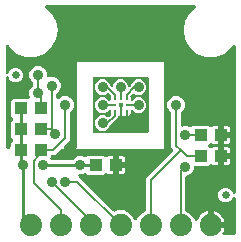
<source format=gbr>
G04 EAGLE Gerber RS-274X export*
G75*
%MOMM*%
%FSLAX34Y34*%
%LPD*%
%INTop Copper*%
%IPPOS*%
%AMOC8*
5,1,8,0,0,1.08239X$1,22.5*%
G01*
%ADD10R,0.381000X0.381000*%
%ADD11C,0.304800*%
%ADD12C,0.127000*%
%ADD13R,1.100000X1.000000*%
%ADD14C,1.879600*%
%ADD15C,0.635000*%
%ADD16C,0.152400*%
%ADD17C,0.889000*%
%ADD18C,0.254000*%
%ADD19C,0.203200*%

G36*
X197730Y4334D02*
X197730Y4334D01*
X197849Y4341D01*
X197887Y4354D01*
X197928Y4359D01*
X198038Y4402D01*
X198151Y4439D01*
X198186Y4461D01*
X198223Y4476D01*
X198319Y4545D01*
X198420Y4609D01*
X198448Y4639D01*
X198481Y4662D01*
X198557Y4754D01*
X198638Y4841D01*
X198658Y4876D01*
X198683Y4907D01*
X198734Y5015D01*
X198792Y5119D01*
X198802Y5159D01*
X198819Y5195D01*
X198841Y5312D01*
X198871Y5427D01*
X198875Y5487D01*
X198879Y5507D01*
X198877Y5528D01*
X198881Y5588D01*
X198881Y35690D01*
X198873Y35759D01*
X198874Y35829D01*
X198853Y35916D01*
X198841Y36005D01*
X198816Y36070D01*
X198799Y36138D01*
X198757Y36218D01*
X198724Y36301D01*
X198683Y36357D01*
X198651Y36419D01*
X198590Y36486D01*
X198538Y36558D01*
X198484Y36603D01*
X198437Y36655D01*
X198362Y36704D01*
X198293Y36761D01*
X198229Y36791D01*
X198171Y36829D01*
X198086Y36859D01*
X198005Y36897D01*
X197936Y36910D01*
X197870Y36933D01*
X197781Y36940D01*
X197693Y36957D01*
X197623Y36952D01*
X197553Y36958D01*
X197465Y36942D01*
X197375Y36937D01*
X197309Y36915D01*
X197240Y36903D01*
X197158Y36866D01*
X197073Y36839D01*
X197014Y36801D01*
X196950Y36773D01*
X196880Y36717D01*
X196804Y36669D01*
X196756Y36618D01*
X196702Y36574D01*
X196647Y36502D01*
X196586Y36437D01*
X196552Y36376D01*
X196510Y36320D01*
X196439Y36176D01*
X195776Y34575D01*
X194025Y32824D01*
X191738Y31876D01*
X189262Y31876D01*
X186975Y32824D01*
X185224Y34575D01*
X184276Y36862D01*
X184276Y39338D01*
X185224Y41625D01*
X186975Y43376D01*
X189262Y44324D01*
X191738Y44324D01*
X194025Y43376D01*
X195776Y41625D01*
X196439Y40024D01*
X196474Y39964D01*
X196500Y39899D01*
X196552Y39826D01*
X196597Y39748D01*
X196645Y39698D01*
X196686Y39642D01*
X196756Y39584D01*
X196818Y39520D01*
X196878Y39483D01*
X196931Y39439D01*
X197013Y39400D01*
X197089Y39353D01*
X197156Y39333D01*
X197219Y39303D01*
X197307Y39286D01*
X197393Y39260D01*
X197463Y39257D01*
X197532Y39243D01*
X197621Y39249D01*
X197711Y39245D01*
X197779Y39259D01*
X197849Y39263D01*
X197934Y39291D01*
X198022Y39309D01*
X198085Y39340D01*
X198151Y39361D01*
X198227Y39409D01*
X198308Y39449D01*
X198361Y39494D01*
X198420Y39531D01*
X198482Y39597D01*
X198550Y39655D01*
X198590Y39712D01*
X198638Y39763D01*
X198681Y39842D01*
X198733Y39915D01*
X198758Y39980D01*
X198792Y40041D01*
X198814Y40128D01*
X198846Y40212D01*
X198854Y40282D01*
X198871Y40349D01*
X198881Y40510D01*
X198881Y164363D01*
X198863Y164508D01*
X198848Y164653D01*
X198843Y164666D01*
X198841Y164679D01*
X198788Y164814D01*
X198737Y164951D01*
X198729Y164962D01*
X198724Y164975D01*
X198639Y165092D01*
X198556Y165212D01*
X198545Y165221D01*
X198538Y165232D01*
X198426Y165325D01*
X198315Y165420D01*
X198303Y165426D01*
X198293Y165435D01*
X198161Y165497D01*
X198030Y165562D01*
X198017Y165565D01*
X198005Y165570D01*
X197863Y165598D01*
X197719Y165628D01*
X197706Y165628D01*
X197693Y165630D01*
X197548Y165621D01*
X197402Y165615D01*
X197388Y165611D01*
X197375Y165610D01*
X197237Y165566D01*
X197097Y165524D01*
X197085Y165517D01*
X197073Y165512D01*
X196950Y165435D01*
X196825Y165359D01*
X196815Y165349D01*
X196804Y165342D01*
X196704Y165236D01*
X196602Y165132D01*
X196592Y165117D01*
X196586Y165111D01*
X196578Y165096D01*
X196513Y164998D01*
X195385Y163045D01*
X189278Y157920D01*
X181786Y155193D01*
X173814Y155193D01*
X166322Y157920D01*
X160215Y163044D01*
X156229Y169949D01*
X154845Y177800D01*
X156229Y185651D01*
X160215Y192555D01*
X165082Y196640D01*
X165106Y196666D01*
X165135Y196686D01*
X165214Y196782D01*
X165299Y196873D01*
X165315Y196904D01*
X165338Y196931D01*
X165391Y197044D01*
X165450Y197153D01*
X165458Y197187D01*
X165474Y197219D01*
X165497Y197341D01*
X165527Y197461D01*
X165527Y197497D01*
X165533Y197532D01*
X165526Y197655D01*
X165525Y197779D01*
X165516Y197814D01*
X165514Y197849D01*
X165475Y197967D01*
X165444Y198087D01*
X165426Y198118D01*
X165416Y198151D01*
X165349Y198256D01*
X165289Y198365D01*
X165264Y198390D01*
X165245Y198420D01*
X165155Y198505D01*
X165070Y198595D01*
X165040Y198614D01*
X165014Y198638D01*
X164905Y198698D01*
X164800Y198764D01*
X164766Y198775D01*
X164735Y198792D01*
X164615Y198823D01*
X164497Y198860D01*
X164462Y198862D01*
X164427Y198871D01*
X164267Y198881D01*
X38933Y198881D01*
X38898Y198877D01*
X38863Y198879D01*
X38741Y198857D01*
X38618Y198841D01*
X38585Y198828D01*
X38550Y198822D01*
X38437Y198770D01*
X38322Y198724D01*
X38294Y198704D01*
X38261Y198689D01*
X38165Y198610D01*
X38065Y198538D01*
X38042Y198510D01*
X38015Y198488D01*
X37941Y198388D01*
X37862Y198293D01*
X37847Y198261D01*
X37826Y198232D01*
X37779Y198117D01*
X37726Y198005D01*
X37720Y197970D01*
X37707Y197937D01*
X37690Y197814D01*
X37667Y197693D01*
X37669Y197657D01*
X37664Y197622D01*
X37679Y197499D01*
X37686Y197375D01*
X37697Y197341D01*
X37702Y197306D01*
X37746Y197191D01*
X37784Y197073D01*
X37803Y197043D01*
X37816Y197010D01*
X37888Y196909D01*
X37955Y196804D01*
X37980Y196780D01*
X38001Y196751D01*
X38118Y196640D01*
X42985Y192556D01*
X46971Y185651D01*
X48355Y177800D01*
X46971Y169949D01*
X42985Y163045D01*
X36878Y157920D01*
X29386Y155193D01*
X21414Y155193D01*
X13922Y157920D01*
X7815Y163044D01*
X6687Y164998D01*
X6599Y165114D01*
X6514Y165232D01*
X6503Y165241D01*
X6495Y165251D01*
X6381Y165342D01*
X6269Y165435D01*
X6256Y165441D01*
X6246Y165449D01*
X6112Y165509D01*
X5981Y165570D01*
X5968Y165573D01*
X5955Y165578D01*
X5811Y165603D01*
X5668Y165630D01*
X5655Y165629D01*
X5642Y165632D01*
X5496Y165619D01*
X5351Y165610D01*
X5338Y165606D01*
X5325Y165605D01*
X5187Y165557D01*
X5049Y165512D01*
X5037Y165505D01*
X5024Y165501D01*
X4903Y165420D01*
X4780Y165342D01*
X4771Y165332D01*
X4759Y165325D01*
X4662Y165217D01*
X4562Y165111D01*
X4555Y165099D01*
X4546Y165089D01*
X4479Y164960D01*
X4408Y164832D01*
X4405Y164819D01*
X4399Y164807D01*
X4365Y164665D01*
X4329Y164524D01*
X4328Y164506D01*
X4326Y164498D01*
X4326Y164480D01*
X4319Y164363D01*
X4319Y142110D01*
X4327Y142041D01*
X4326Y141971D01*
X4347Y141884D01*
X4359Y141795D01*
X4384Y141730D01*
X4401Y141662D01*
X4443Y141582D01*
X4476Y141499D01*
X4517Y141443D01*
X4549Y141381D01*
X4610Y141314D01*
X4662Y141242D01*
X4716Y141197D01*
X4763Y141145D01*
X4838Y141096D01*
X4907Y141039D01*
X4971Y141009D01*
X5029Y140971D01*
X5114Y140941D01*
X5195Y140903D01*
X5264Y140890D01*
X5330Y140867D01*
X5419Y140860D01*
X5507Y140843D01*
X5577Y140848D01*
X5647Y140842D01*
X5735Y140858D01*
X5825Y140863D01*
X5891Y140885D01*
X5960Y140897D01*
X6042Y140934D01*
X6127Y140961D01*
X6186Y140999D01*
X6250Y141027D01*
X6320Y141083D01*
X6396Y141131D01*
X6444Y141182D01*
X6498Y141226D01*
X6553Y141298D01*
X6614Y141363D01*
X6648Y141424D01*
X6690Y141480D01*
X6761Y141624D01*
X7424Y143225D01*
X9175Y144976D01*
X11462Y145924D01*
X13938Y145924D01*
X16225Y144976D01*
X17976Y143225D01*
X18924Y140938D01*
X18924Y138462D01*
X17976Y136175D01*
X16225Y134424D01*
X13938Y133476D01*
X11462Y133476D01*
X9175Y134424D01*
X7424Y136175D01*
X6761Y137776D01*
X6726Y137836D01*
X6700Y137901D01*
X6648Y137974D01*
X6603Y138052D01*
X6555Y138102D01*
X6514Y138158D01*
X6444Y138216D01*
X6382Y138280D01*
X6322Y138317D01*
X6269Y138361D01*
X6187Y138400D01*
X6111Y138446D01*
X6044Y138467D01*
X5981Y138497D01*
X5893Y138514D01*
X5807Y138540D01*
X5737Y138543D01*
X5668Y138557D01*
X5579Y138551D01*
X5489Y138555D01*
X5421Y138541D01*
X5351Y138537D01*
X5266Y138509D01*
X5178Y138491D01*
X5115Y138460D01*
X5049Y138439D01*
X4973Y138391D01*
X4892Y138351D01*
X4839Y138306D01*
X4780Y138269D01*
X4718Y138203D01*
X4650Y138145D01*
X4610Y138088D01*
X4562Y138037D01*
X4519Y137958D01*
X4467Y137885D01*
X4442Y137820D01*
X4408Y137758D01*
X4386Y137672D01*
X4354Y137587D01*
X4346Y137518D01*
X4329Y137451D01*
X4319Y137290D01*
X4319Y78740D01*
X4334Y78622D01*
X4341Y78503D01*
X4354Y78465D01*
X4359Y78424D01*
X4402Y78314D01*
X4439Y78201D01*
X4461Y78166D01*
X4476Y78129D01*
X4545Y78033D01*
X4609Y77932D01*
X4639Y77904D01*
X4662Y77871D01*
X4754Y77796D01*
X4841Y77714D01*
X4876Y77694D01*
X4907Y77669D01*
X5015Y77618D01*
X5119Y77560D01*
X5159Y77550D01*
X5195Y77533D01*
X5312Y77511D01*
X5427Y77481D01*
X5487Y77477D01*
X5507Y77473D01*
X5528Y77475D01*
X5588Y77471D01*
X7082Y77471D01*
X7200Y77486D01*
X7319Y77493D01*
X7357Y77506D01*
X7398Y77511D01*
X7508Y77554D01*
X7621Y77591D01*
X7656Y77613D01*
X7693Y77628D01*
X7789Y77698D01*
X7890Y77761D01*
X7918Y77791D01*
X7951Y77814D01*
X8027Y77906D01*
X8108Y77993D01*
X8128Y78028D01*
X8153Y78059D01*
X8204Y78167D01*
X8262Y78271D01*
X8272Y78311D01*
X8289Y78347D01*
X8311Y78464D01*
X8341Y78579D01*
X8345Y78640D01*
X8349Y78660D01*
X8347Y78680D01*
X8351Y78740D01*
X8351Y82463D01*
X10081Y84192D01*
X10154Y84287D01*
X10233Y84376D01*
X10251Y84412D01*
X10276Y84444D01*
X10323Y84553D01*
X10377Y84659D01*
X10386Y84698D01*
X10402Y84736D01*
X10421Y84853D01*
X10447Y84969D01*
X10446Y85010D01*
X10452Y85050D01*
X10441Y85168D01*
X10437Y85287D01*
X10426Y85326D01*
X10422Y85366D01*
X10382Y85479D01*
X10349Y85593D01*
X10328Y85627D01*
X10315Y85666D01*
X10248Y85764D01*
X10187Y85867D01*
X10147Y85912D01*
X10136Y85929D01*
X10121Y85942D01*
X10081Y85987D01*
X8351Y87717D01*
X8351Y100243D01*
X10081Y101972D01*
X10154Y102067D01*
X10233Y102156D01*
X10251Y102192D01*
X10276Y102224D01*
X10323Y102333D01*
X10377Y102439D01*
X10386Y102478D01*
X10402Y102516D01*
X10421Y102633D01*
X10447Y102749D01*
X10446Y102790D01*
X10452Y102830D01*
X10441Y102948D01*
X10437Y103067D01*
X10426Y103106D01*
X10422Y103146D01*
X10382Y103259D01*
X10349Y103373D01*
X10328Y103407D01*
X10315Y103446D01*
X10248Y103544D01*
X10187Y103647D01*
X10147Y103692D01*
X10136Y103709D01*
X10121Y103722D01*
X10081Y103767D01*
X8351Y105497D01*
X8351Y118023D01*
X10137Y119809D01*
X23666Y119809D01*
X23715Y119815D01*
X23765Y119813D01*
X23872Y119835D01*
X23981Y119849D01*
X24028Y119867D01*
X24076Y119877D01*
X24175Y119925D01*
X24277Y119966D01*
X24317Y119995D01*
X24362Y120017D01*
X24446Y120088D01*
X24534Y120152D01*
X24566Y120191D01*
X24604Y120223D01*
X24667Y120313D01*
X24737Y120397D01*
X24758Y120442D01*
X24787Y120483D01*
X24826Y120586D01*
X24873Y120685D01*
X24882Y120734D01*
X24900Y120780D01*
X24912Y120890D01*
X24933Y120997D01*
X24930Y121047D01*
X24935Y121096D01*
X24920Y121205D01*
X24913Y121315D01*
X24898Y121362D01*
X24891Y121411D01*
X24839Y121564D01*
X24256Y122969D01*
X24256Y125951D01*
X25397Y128705D01*
X27314Y130621D01*
X27374Y130700D01*
X27442Y130772D01*
X27471Y130825D01*
X27508Y130873D01*
X27548Y130963D01*
X27596Y131050D01*
X27611Y131109D01*
X27635Y131164D01*
X27650Y131262D01*
X27675Y131358D01*
X27681Y131458D01*
X27685Y131478D01*
X27683Y131491D01*
X27685Y131519D01*
X27685Y132641D01*
X27673Y132739D01*
X27670Y132838D01*
X27653Y132897D01*
X27645Y132957D01*
X27609Y133049D01*
X27581Y133144D01*
X27551Y133196D01*
X27528Y133252D01*
X27470Y133333D01*
X27420Y133418D01*
X27354Y133493D01*
X27342Y133510D01*
X27332Y133518D01*
X27314Y133539D01*
X25397Y135455D01*
X24256Y138209D01*
X24256Y141191D01*
X25397Y143945D01*
X27505Y146053D01*
X30259Y147194D01*
X33241Y147194D01*
X35995Y146053D01*
X38103Y143945D01*
X39244Y141191D01*
X39244Y139190D01*
X39250Y139141D01*
X39248Y139091D01*
X39270Y138984D01*
X39284Y138875D01*
X39302Y138828D01*
X39312Y138780D01*
X39360Y138681D01*
X39401Y138579D01*
X39430Y138539D01*
X39452Y138494D01*
X39523Y138411D01*
X39587Y138322D01*
X39626Y138290D01*
X39658Y138252D01*
X39748Y138189D01*
X39832Y138119D01*
X39877Y138098D01*
X39918Y138069D01*
X40021Y138030D01*
X40120Y137983D01*
X40169Y137974D01*
X40215Y137956D01*
X40325Y137944D01*
X40432Y137924D01*
X40482Y137927D01*
X40531Y137921D01*
X40640Y137937D01*
X40750Y137943D01*
X40797Y137959D01*
X40846Y137966D01*
X40999Y138018D01*
X41689Y138304D01*
X44671Y138304D01*
X47425Y137163D01*
X49533Y135055D01*
X50674Y132301D01*
X50674Y129319D01*
X49533Y126565D01*
X47616Y124649D01*
X47556Y124570D01*
X47488Y124498D01*
X47459Y124445D01*
X47422Y124397D01*
X47382Y124307D01*
X47334Y124220D01*
X47319Y124161D01*
X47295Y124106D01*
X47280Y124008D01*
X47255Y123912D01*
X47249Y123812D01*
X47245Y123792D01*
X47247Y123779D01*
X47245Y123751D01*
X47245Y120597D01*
X47262Y120459D01*
X47275Y120320D01*
X47282Y120301D01*
X47285Y120281D01*
X47336Y120152D01*
X47383Y120021D01*
X47394Y120004D01*
X47402Y119985D01*
X47483Y119873D01*
X47561Y119758D01*
X47577Y119745D01*
X47588Y119728D01*
X47696Y119639D01*
X47800Y119547D01*
X47818Y119538D01*
X47833Y119525D01*
X47959Y119466D01*
X48083Y119403D01*
X48103Y119398D01*
X48121Y119390D01*
X48258Y119364D01*
X48393Y119333D01*
X48414Y119334D01*
X48433Y119330D01*
X48572Y119339D01*
X48711Y119343D01*
X48731Y119348D01*
X48751Y119350D01*
X48883Y119392D01*
X49017Y119431D01*
X49034Y119442D01*
X49053Y119448D01*
X49171Y119522D01*
X49291Y119593D01*
X49312Y119611D01*
X49322Y119618D01*
X49336Y119633D01*
X49411Y119699D01*
X50365Y120653D01*
X53119Y121794D01*
X56101Y121794D01*
X58855Y120653D01*
X60963Y118545D01*
X62104Y115791D01*
X62104Y112809D01*
X60963Y110055D01*
X59046Y108139D01*
X58986Y108060D01*
X58918Y107988D01*
X58889Y107935D01*
X58852Y107887D01*
X58812Y107797D01*
X58764Y107710D01*
X58749Y107651D01*
X58725Y107596D01*
X58710Y107498D01*
X58685Y107402D01*
X58679Y107302D01*
X58675Y107282D01*
X58677Y107269D01*
X58675Y107241D01*
X58675Y84676D01*
X53636Y79638D01*
X53551Y79528D01*
X53462Y79421D01*
X53453Y79402D01*
X53441Y79386D01*
X53386Y79258D01*
X53326Y79133D01*
X53323Y79113D01*
X53315Y79094D01*
X53293Y78956D01*
X53267Y78821D01*
X53268Y78800D01*
X53265Y78780D01*
X53278Y78641D01*
X53286Y78503D01*
X53293Y78484D01*
X53295Y78464D01*
X53342Y78332D01*
X53384Y78201D01*
X53395Y78183D01*
X53402Y78164D01*
X53480Y78049D01*
X53555Y77932D01*
X53569Y77918D01*
X53581Y77901D01*
X53685Y77809D01*
X53786Y77714D01*
X53804Y77704D01*
X53819Y77691D01*
X53943Y77627D01*
X54065Y77560D01*
X54084Y77555D01*
X54102Y77546D01*
X54238Y77516D01*
X54373Y77481D01*
X54401Y77479D01*
X54413Y77477D01*
X54433Y77477D01*
X54533Y77471D01*
X63500Y77471D01*
X63618Y77486D01*
X63737Y77493D01*
X63775Y77506D01*
X63816Y77511D01*
X63926Y77554D01*
X64039Y77591D01*
X64074Y77613D01*
X64111Y77628D01*
X64207Y77698D01*
X64308Y77761D01*
X64336Y77791D01*
X64369Y77814D01*
X64445Y77906D01*
X64526Y77993D01*
X64546Y78028D01*
X64571Y78059D01*
X64622Y78167D01*
X64680Y78271D01*
X64690Y78311D01*
X64707Y78347D01*
X64729Y78464D01*
X64759Y78579D01*
X64763Y78640D01*
X64767Y78660D01*
X64765Y78680D01*
X64769Y78740D01*
X64769Y151131D01*
X138431Y151131D01*
X138431Y77469D01*
X51993Y77469D01*
X51895Y77457D01*
X51796Y77454D01*
X51738Y77437D01*
X51678Y77429D01*
X51586Y77393D01*
X51491Y77365D01*
X51439Y77335D01*
X51382Y77312D01*
X51302Y77254D01*
X51217Y77204D01*
X51141Y77138D01*
X51125Y77126D01*
X51117Y77116D01*
X51096Y77098D01*
X48886Y74888D01*
X46134Y72135D01*
X43718Y72135D01*
X43600Y72120D01*
X43481Y72113D01*
X43443Y72100D01*
X43402Y72095D01*
X43292Y72052D01*
X43179Y72015D01*
X43144Y71993D01*
X43107Y71978D01*
X43011Y71909D01*
X42910Y71845D01*
X42882Y71815D01*
X42849Y71792D01*
X42773Y71700D01*
X42692Y71613D01*
X42672Y71578D01*
X42647Y71547D01*
X42596Y71439D01*
X42538Y71335D01*
X42528Y71295D01*
X42511Y71259D01*
X42489Y71142D01*
X42459Y71027D01*
X42455Y70967D01*
X42451Y70947D01*
X42453Y70926D01*
X42449Y70866D01*
X42449Y69923D01*
X42412Y69876D01*
X42323Y69769D01*
X42315Y69750D01*
X42302Y69734D01*
X42247Y69606D01*
X42188Y69481D01*
X42184Y69461D01*
X42176Y69442D01*
X42154Y69305D01*
X42128Y69168D01*
X42129Y69148D01*
X42126Y69128D01*
X42139Y68990D01*
X42148Y68851D01*
X42154Y68832D01*
X42156Y68812D01*
X42203Y68681D01*
X42246Y68549D01*
X42256Y68531D01*
X42263Y68512D01*
X42341Y68397D01*
X42416Y68280D01*
X42431Y68266D01*
X42442Y68249D01*
X42546Y68157D01*
X42647Y68062D01*
X42665Y68052D01*
X42680Y68039D01*
X42804Y67976D01*
X42926Y67908D01*
X42946Y67903D01*
X42964Y67894D01*
X43099Y67864D01*
X43234Y67829D01*
X43262Y67827D01*
X43274Y67824D01*
X43294Y67825D01*
X43395Y67819D01*
X60505Y67819D01*
X60603Y67831D01*
X60702Y67834D01*
X60761Y67851D01*
X60821Y67859D01*
X60913Y67895D01*
X61008Y67923D01*
X61060Y67953D01*
X61116Y67976D01*
X61197Y68034D01*
X61282Y68084D01*
X61357Y68150D01*
X61374Y68162D01*
X61382Y68172D01*
X61403Y68190D01*
X63065Y69853D01*
X65819Y70994D01*
X68801Y70994D01*
X71045Y70064D01*
X71073Y70056D01*
X71099Y70043D01*
X71226Y70015D01*
X71351Y69980D01*
X71381Y69980D01*
X71410Y69973D01*
X71539Y69977D01*
X71669Y69975D01*
X71698Y69982D01*
X71728Y69983D01*
X71852Y70019D01*
X71979Y70049D01*
X72005Y70063D01*
X72033Y70071D01*
X72145Y70137D01*
X72260Y70198D01*
X72282Y70218D01*
X72307Y70233D01*
X72428Y70339D01*
X73637Y71549D01*
X87163Y71549D01*
X88362Y70350D01*
X88456Y70277D01*
X88545Y70198D01*
X88581Y70180D01*
X88613Y70155D01*
X88722Y70108D01*
X88828Y70053D01*
X88868Y70045D01*
X88905Y70029D01*
X89023Y70010D01*
X89139Y69984D01*
X89179Y69985D01*
X89219Y69979D01*
X89338Y69990D01*
X89456Y69993D01*
X89495Y70005D01*
X89536Y70009D01*
X89648Y70049D01*
X89762Y70082D01*
X89797Y70102D01*
X89835Y70116D01*
X89933Y70183D01*
X90036Y70243D01*
X90081Y70283D01*
X90098Y70295D01*
X90111Y70310D01*
X90157Y70350D01*
X90340Y70533D01*
X90919Y70868D01*
X91566Y71041D01*
X94901Y71041D01*
X94901Y64730D01*
X94916Y64612D01*
X94923Y64493D01*
X94935Y64455D01*
X94941Y64415D01*
X94984Y64304D01*
X95021Y64191D01*
X95043Y64157D01*
X95058Y64119D01*
X95127Y64023D01*
X95191Y63922D01*
X95221Y63894D01*
X95244Y63862D01*
X95336Y63786D01*
X95423Y63704D01*
X95458Y63685D01*
X95489Y63659D01*
X95597Y63608D01*
X95701Y63551D01*
X95741Y63541D01*
X95777Y63523D01*
X95884Y63503D01*
X95854Y63499D01*
X95744Y63455D01*
X95631Y63419D01*
X95596Y63397D01*
X95559Y63382D01*
X95462Y63312D01*
X95362Y63249D01*
X95334Y63219D01*
X95301Y63195D01*
X95225Y63104D01*
X95144Y63017D01*
X95124Y62982D01*
X95099Y62950D01*
X95048Y62843D01*
X94990Y62738D01*
X94980Y62699D01*
X94963Y62663D01*
X94941Y62546D01*
X94911Y62430D01*
X94907Y62370D01*
X94903Y62350D01*
X94905Y62330D01*
X94901Y62270D01*
X94901Y55959D01*
X91566Y55959D01*
X90919Y56132D01*
X90340Y56467D01*
X90157Y56650D01*
X90063Y56723D01*
X89973Y56802D01*
X89937Y56820D01*
X89905Y56845D01*
X89796Y56892D01*
X89690Y56947D01*
X89651Y56955D01*
X89614Y56971D01*
X89496Y56990D01*
X89380Y57016D01*
X89339Y57015D01*
X89299Y57021D01*
X89181Y57010D01*
X89062Y57007D01*
X89023Y56995D01*
X88983Y56991D01*
X88871Y56951D01*
X88756Y56918D01*
X88722Y56898D01*
X88684Y56884D01*
X88585Y56817D01*
X88483Y56757D01*
X88437Y56717D01*
X88420Y56705D01*
X88407Y56690D01*
X88362Y56650D01*
X87163Y55451D01*
X73637Y55451D01*
X72428Y56661D01*
X72404Y56679D01*
X72385Y56701D01*
X72279Y56776D01*
X72177Y56856D01*
X72149Y56867D01*
X72125Y56884D01*
X72004Y56930D01*
X71885Y56982D01*
X71856Y56987D01*
X71828Y56997D01*
X71699Y57011D01*
X71571Y57032D01*
X71541Y57029D01*
X71512Y57032D01*
X71383Y57014D01*
X71254Y57002D01*
X71226Y56992D01*
X71197Y56988D01*
X71045Y56936D01*
X68801Y56006D01*
X67106Y56006D01*
X66969Y55989D01*
X66830Y55976D01*
X66811Y55969D01*
X66791Y55966D01*
X66662Y55915D01*
X66531Y55868D01*
X66514Y55857D01*
X66495Y55849D01*
X66383Y55768D01*
X66268Y55690D01*
X66254Y55674D01*
X66238Y55663D01*
X66149Y55555D01*
X66057Y55451D01*
X66048Y55433D01*
X66035Y55418D01*
X65976Y55292D01*
X65913Y55168D01*
X65908Y55148D01*
X65899Y55130D01*
X65873Y54994D01*
X65843Y54858D01*
X65843Y54837D01*
X65840Y54818D01*
X65848Y54679D01*
X65853Y54540D01*
X65858Y54520D01*
X65859Y54500D01*
X65902Y54368D01*
X65941Y54234D01*
X65951Y54217D01*
X65957Y54198D01*
X66032Y54080D01*
X66102Y53960D01*
X66121Y53939D01*
X66128Y53929D01*
X66142Y53915D01*
X66209Y53840D01*
X95539Y24510D01*
X95562Y24492D01*
X95581Y24469D01*
X95687Y24394D01*
X95790Y24315D01*
X95817Y24303D01*
X95841Y24286D01*
X95963Y24240D01*
X96082Y24188D01*
X96111Y24184D01*
X96139Y24173D01*
X96268Y24159D01*
X96396Y24139D01*
X96425Y24141D01*
X96455Y24138D01*
X96583Y24156D01*
X96713Y24168D01*
X96740Y24178D01*
X96770Y24182D01*
X96922Y24235D01*
X99124Y25147D01*
X104076Y25147D01*
X108650Y23252D01*
X112152Y19750D01*
X113127Y17395D01*
X113196Y17275D01*
X113261Y17152D01*
X113275Y17137D01*
X113285Y17119D01*
X113382Y17019D01*
X113475Y16916D01*
X113492Y16905D01*
X113506Y16891D01*
X113624Y16818D01*
X113741Y16742D01*
X113760Y16735D01*
X113777Y16724D01*
X113910Y16684D01*
X114042Y16638D01*
X114062Y16637D01*
X114081Y16631D01*
X114220Y16624D01*
X114359Y16613D01*
X114379Y16617D01*
X114399Y16616D01*
X114535Y16644D01*
X114672Y16668D01*
X114691Y16676D01*
X114710Y16680D01*
X114835Y16741D01*
X114962Y16798D01*
X114978Y16811D01*
X114996Y16820D01*
X115102Y16910D01*
X115210Y16997D01*
X115223Y17013D01*
X115238Y17026D01*
X115318Y17140D01*
X115402Y17251D01*
X115414Y17276D01*
X115421Y17286D01*
X115428Y17305D01*
X115473Y17395D01*
X116448Y19750D01*
X119950Y23252D01*
X122152Y24164D01*
X122177Y24179D01*
X122205Y24188D01*
X122315Y24257D01*
X122428Y24322D01*
X122449Y24342D01*
X122474Y24358D01*
X122563Y24452D01*
X122656Y24543D01*
X122672Y24568D01*
X122692Y24590D01*
X122755Y24703D01*
X122823Y24814D01*
X122831Y24842D01*
X122846Y24868D01*
X122878Y24994D01*
X122916Y25118D01*
X122918Y25147D01*
X122925Y25176D01*
X122935Y25337D01*
X122935Y52484D01*
X145754Y75303D01*
X145827Y75397D01*
X145906Y75486D01*
X145924Y75522D01*
X145949Y75554D01*
X145996Y75663D01*
X146050Y75769D01*
X146059Y75808D01*
X146075Y75846D01*
X146094Y75963D01*
X146120Y76079D01*
X146119Y76120D01*
X146125Y76160D01*
X146114Y76278D01*
X146110Y76397D01*
X146099Y76436D01*
X146095Y76476D01*
X146055Y76588D01*
X146022Y76703D01*
X146002Y76738D01*
X145988Y76776D01*
X145921Y76874D01*
X145860Y76977D01*
X145821Y77022D01*
X145809Y77039D01*
X145794Y77052D01*
X145754Y77098D01*
X144525Y78326D01*
X144525Y107241D01*
X144513Y107339D01*
X144510Y107438D01*
X144493Y107497D01*
X144485Y107557D01*
X144449Y107649D01*
X144421Y107744D01*
X144391Y107796D01*
X144368Y107852D01*
X144310Y107933D01*
X144260Y108018D01*
X144194Y108093D01*
X144182Y108110D01*
X144172Y108118D01*
X144154Y108139D01*
X142237Y110055D01*
X141096Y112809D01*
X141096Y115791D01*
X142237Y118545D01*
X144345Y120653D01*
X147099Y121794D01*
X150081Y121794D01*
X152835Y120653D01*
X154943Y118545D01*
X156084Y115791D01*
X156084Y112809D01*
X154943Y110055D01*
X153026Y108139D01*
X152966Y108060D01*
X152898Y107988D01*
X152869Y107935D01*
X152832Y107887D01*
X152792Y107797D01*
X152744Y107710D01*
X152729Y107651D01*
X152705Y107596D01*
X152690Y107498D01*
X152665Y107402D01*
X152659Y107302D01*
X152655Y107282D01*
X152657Y107269D01*
X152655Y107241D01*
X152655Y97438D01*
X152661Y97389D01*
X152659Y97339D01*
X152681Y97232D01*
X152695Y97123D01*
X152713Y97076D01*
X152723Y97028D01*
X152771Y96929D01*
X152812Y96827D01*
X152841Y96787D01*
X152863Y96742D01*
X152934Y96658D01*
X152998Y96570D01*
X153037Y96538D01*
X153069Y96500D01*
X153159Y96437D01*
X153243Y96367D01*
X153288Y96346D01*
X153329Y96317D01*
X153432Y96278D01*
X153531Y96231D01*
X153580Y96222D01*
X153626Y96204D01*
X153736Y96192D01*
X153843Y96171D01*
X153893Y96174D01*
X153942Y96169D01*
X154051Y96184D01*
X154161Y96191D01*
X154208Y96206D01*
X154257Y96213D01*
X154410Y96265D01*
X154719Y96394D01*
X157701Y96394D01*
X159945Y95464D01*
X159973Y95456D01*
X159999Y95443D01*
X160126Y95415D01*
X160251Y95380D01*
X160281Y95380D01*
X160310Y95373D01*
X160439Y95377D01*
X160569Y95375D01*
X160598Y95382D01*
X160628Y95383D01*
X160752Y95419D01*
X160879Y95449D01*
X160905Y95463D01*
X160933Y95471D01*
X161045Y95537D01*
X161160Y95598D01*
X161181Y95618D01*
X161207Y95633D01*
X161328Y95739D01*
X162537Y96949D01*
X176063Y96949D01*
X177262Y95750D01*
X177356Y95677D01*
X177445Y95598D01*
X177481Y95580D01*
X177513Y95555D01*
X177622Y95508D01*
X177728Y95453D01*
X177768Y95445D01*
X177805Y95429D01*
X177923Y95410D01*
X178039Y95384D01*
X178079Y95385D01*
X178119Y95379D01*
X178238Y95390D01*
X178357Y95394D01*
X178395Y95405D01*
X178436Y95409D01*
X178548Y95449D01*
X178662Y95482D01*
X178697Y95502D01*
X178735Y95516D01*
X178833Y95583D01*
X178936Y95643D01*
X178981Y95683D01*
X178998Y95695D01*
X179012Y95710D01*
X179057Y95750D01*
X179240Y95933D01*
X179819Y96268D01*
X180466Y96441D01*
X183801Y96441D01*
X183801Y90130D01*
X183816Y90012D01*
X183823Y89893D01*
X183835Y89855D01*
X183841Y89815D01*
X183884Y89704D01*
X183921Y89591D01*
X183943Y89557D01*
X183958Y89519D01*
X184027Y89423D01*
X184091Y89322D01*
X184121Y89294D01*
X184144Y89262D01*
X184236Y89186D01*
X184323Y89104D01*
X184358Y89085D01*
X184389Y89059D01*
X184497Y89008D01*
X184601Y88951D01*
X184641Y88941D01*
X184677Y88923D01*
X184784Y88903D01*
X184754Y88899D01*
X184644Y88855D01*
X184531Y88819D01*
X184496Y88797D01*
X184459Y88782D01*
X184362Y88712D01*
X184262Y88649D01*
X184234Y88619D01*
X184201Y88595D01*
X184125Y88504D01*
X184044Y88417D01*
X184024Y88382D01*
X183999Y88350D01*
X183948Y88243D01*
X183890Y88138D01*
X183880Y88099D01*
X183863Y88063D01*
X183841Y87946D01*
X183811Y87830D01*
X183807Y87770D01*
X183803Y87750D01*
X183805Y87730D01*
X183801Y87670D01*
X183801Y81359D01*
X180466Y81359D01*
X179819Y81532D01*
X179240Y81867D01*
X179057Y82050D01*
X178963Y82123D01*
X178873Y82202D01*
X178837Y82220D01*
X178805Y82245D01*
X178696Y82292D01*
X178590Y82347D01*
X178551Y82355D01*
X178514Y82371D01*
X178396Y82390D01*
X178280Y82416D01*
X178239Y82415D01*
X178199Y82421D01*
X178081Y82410D01*
X177962Y82407D01*
X177923Y82395D01*
X177883Y82391D01*
X177771Y82351D01*
X177656Y82318D01*
X177622Y82298D01*
X177584Y82284D01*
X177485Y82217D01*
X177383Y82157D01*
X177337Y82117D01*
X177320Y82105D01*
X177307Y82090D01*
X177262Y82050D01*
X176119Y80907D01*
X176046Y80814D01*
X175967Y80724D01*
X175949Y80688D01*
X175924Y80656D01*
X175877Y80547D01*
X175823Y80441D01*
X175814Y80401D01*
X175798Y80364D01*
X175779Y80247D01*
X175753Y80131D01*
X175754Y80090D01*
X175748Y80050D01*
X175759Y79932D01*
X175763Y79813D01*
X175774Y79774D01*
X175778Y79734D01*
X175818Y79622D01*
X175851Y79507D01*
X175872Y79472D01*
X175885Y79434D01*
X175952Y79336D01*
X176013Y79233D01*
X176052Y79188D01*
X176064Y79171D01*
X176079Y79158D01*
X176119Y79112D01*
X177262Y77970D01*
X177356Y77897D01*
X177445Y77818D01*
X177481Y77800D01*
X177513Y77775D01*
X177622Y77728D01*
X177728Y77673D01*
X177768Y77665D01*
X177805Y77649D01*
X177923Y77630D01*
X178039Y77604D01*
X178079Y77605D01*
X178119Y77599D01*
X178238Y77610D01*
X178357Y77614D01*
X178395Y77625D01*
X178436Y77629D01*
X178548Y77669D01*
X178662Y77702D01*
X178697Y77722D01*
X178735Y77736D01*
X178834Y77803D01*
X178936Y77863D01*
X178981Y77903D01*
X178998Y77915D01*
X179012Y77930D01*
X179057Y77970D01*
X179240Y78153D01*
X179819Y78488D01*
X180466Y78661D01*
X183801Y78661D01*
X183801Y72350D01*
X183816Y72232D01*
X183823Y72113D01*
X183835Y72075D01*
X183841Y72035D01*
X183884Y71924D01*
X183921Y71811D01*
X183943Y71777D01*
X183958Y71739D01*
X184027Y71643D01*
X184091Y71542D01*
X184121Y71514D01*
X184144Y71482D01*
X184236Y71406D01*
X184323Y71324D01*
X184358Y71305D01*
X184389Y71279D01*
X184497Y71228D01*
X184601Y71171D01*
X184641Y71161D01*
X184677Y71143D01*
X184784Y71123D01*
X184754Y71119D01*
X184644Y71075D01*
X184531Y71039D01*
X184496Y71017D01*
X184459Y71002D01*
X184362Y70932D01*
X184262Y70869D01*
X184234Y70839D01*
X184201Y70815D01*
X184125Y70724D01*
X184044Y70637D01*
X184024Y70602D01*
X183999Y70570D01*
X183948Y70463D01*
X183890Y70358D01*
X183880Y70319D01*
X183863Y70283D01*
X183841Y70166D01*
X183811Y70050D01*
X183807Y69990D01*
X183803Y69970D01*
X183805Y69950D01*
X183801Y69890D01*
X183801Y63579D01*
X180466Y63579D01*
X179819Y63752D01*
X179240Y64087D01*
X179057Y64270D01*
X178963Y64343D01*
X178873Y64422D01*
X178837Y64440D01*
X178806Y64465D01*
X178696Y64512D01*
X178590Y64567D01*
X178551Y64575D01*
X178514Y64591D01*
X178396Y64610D01*
X178280Y64636D01*
X178239Y64635D01*
X178200Y64641D01*
X178081Y64630D01*
X177962Y64627D01*
X177923Y64615D01*
X177883Y64611D01*
X177771Y64571D01*
X177657Y64538D01*
X177622Y64518D01*
X177584Y64504D01*
X177485Y64437D01*
X177383Y64377D01*
X177337Y64337D01*
X177321Y64325D01*
X177307Y64310D01*
X177262Y64270D01*
X176063Y63071D01*
X164973Y63071D01*
X164855Y63056D01*
X164736Y63049D01*
X164698Y63036D01*
X164657Y63031D01*
X164547Y62988D01*
X164434Y62951D01*
X164399Y62929D01*
X164362Y62914D01*
X164266Y62845D01*
X164165Y62781D01*
X164137Y62751D01*
X164104Y62728D01*
X164028Y62636D01*
X163947Y62549D01*
X163927Y62514D01*
X163902Y62483D01*
X163851Y62375D01*
X163793Y62271D01*
X163783Y62231D01*
X163766Y62195D01*
X163744Y62078D01*
X163714Y61963D01*
X163710Y61903D01*
X163706Y61883D01*
X163708Y61862D01*
X163704Y61802D01*
X163704Y60739D01*
X162563Y57985D01*
X160455Y55877D01*
X157686Y54730D01*
X157616Y54721D01*
X157497Y54714D01*
X157459Y54701D01*
X157418Y54696D01*
X157308Y54653D01*
X157195Y54616D01*
X157160Y54594D01*
X157123Y54579D01*
X157027Y54510D01*
X156926Y54446D01*
X156898Y54416D01*
X156865Y54393D01*
X156789Y54301D01*
X156708Y54214D01*
X156688Y54179D01*
X156663Y54148D01*
X156612Y54040D01*
X156554Y53936D01*
X156544Y53896D01*
X156527Y53860D01*
X156505Y53743D01*
X156475Y53628D01*
X156471Y53568D01*
X156467Y53548D01*
X156469Y53527D01*
X156465Y53467D01*
X156465Y25337D01*
X156468Y25307D01*
X156466Y25278D01*
X156488Y25150D01*
X156505Y25021D01*
X156515Y24994D01*
X156520Y24965D01*
X156574Y24846D01*
X156622Y24725D01*
X156639Y24702D01*
X156651Y24675D01*
X156732Y24573D01*
X156808Y24468D01*
X156831Y24449D01*
X156850Y24426D01*
X156953Y24348D01*
X157053Y24265D01*
X157080Y24253D01*
X157104Y24235D01*
X157248Y24164D01*
X159450Y23252D01*
X162952Y19750D01*
X164205Y16725D01*
X164220Y16699D01*
X164229Y16670D01*
X164299Y16561D01*
X164363Y16448D01*
X164384Y16427D01*
X164400Y16402D01*
X164494Y16313D01*
X164584Y16220D01*
X164610Y16204D01*
X164631Y16184D01*
X164745Y16121D01*
X164855Y16054D01*
X164884Y16045D01*
X164910Y16031D01*
X165035Y15998D01*
X165159Y15960D01*
X165189Y15959D01*
X165218Y15951D01*
X165348Y15951D01*
X165477Y15945D01*
X165506Y15951D01*
X165536Y15951D01*
X165661Y15983D01*
X165788Y16009D01*
X165815Y16022D01*
X165844Y16030D01*
X165957Y16092D01*
X166074Y16149D01*
X166097Y16168D01*
X166123Y16183D01*
X166217Y16271D01*
X166316Y16355D01*
X166333Y16380D01*
X166355Y16400D01*
X166424Y16509D01*
X166499Y16615D01*
X166510Y16643D01*
X166526Y16669D01*
X166585Y16818D01*
X166736Y17283D01*
X167589Y18957D01*
X168694Y20478D01*
X170022Y21806D01*
X171543Y22911D01*
X173217Y23764D01*
X175004Y24345D01*
X175261Y24385D01*
X175261Y13970D01*
X175276Y13852D01*
X175283Y13733D01*
X175296Y13695D01*
X175301Y13655D01*
X175344Y13544D01*
X175381Y13431D01*
X175403Y13397D01*
X175418Y13359D01*
X175488Y13263D01*
X175551Y13162D01*
X175581Y13134D01*
X175604Y13102D01*
X175696Y13026D01*
X175783Y12944D01*
X175818Y12925D01*
X175849Y12899D01*
X175957Y12848D01*
X176061Y12791D01*
X176101Y12780D01*
X176137Y12763D01*
X176254Y12741D01*
X176369Y12711D01*
X176430Y12707D01*
X176450Y12703D01*
X176470Y12705D01*
X176530Y12701D01*
X177801Y12701D01*
X177801Y11430D01*
X177816Y11312D01*
X177823Y11193D01*
X177836Y11155D01*
X177841Y11114D01*
X177885Y11004D01*
X177921Y10891D01*
X177943Y10856D01*
X177958Y10819D01*
X178028Y10723D01*
X178091Y10622D01*
X178121Y10594D01*
X178145Y10561D01*
X178236Y10486D01*
X178323Y10404D01*
X178358Y10384D01*
X178390Y10359D01*
X178497Y10308D01*
X178602Y10250D01*
X178641Y10240D01*
X178677Y10223D01*
X178794Y10201D01*
X178909Y10171D01*
X178970Y10167D01*
X178990Y10163D01*
X179010Y10165D01*
X179070Y10161D01*
X189485Y10161D01*
X189445Y9904D01*
X188864Y8117D01*
X188011Y6443D01*
X187932Y6334D01*
X187913Y6299D01*
X187887Y6269D01*
X187836Y6160D01*
X187779Y6056D01*
X187769Y6017D01*
X187752Y5981D01*
X187729Y5864D01*
X187700Y5747D01*
X187700Y5708D01*
X187692Y5668D01*
X187700Y5549D01*
X187699Y5429D01*
X187709Y5391D01*
X187712Y5351D01*
X187749Y5237D01*
X187778Y5121D01*
X187798Y5086D01*
X187810Y5049D01*
X187874Y4948D01*
X187931Y4843D01*
X187959Y4814D01*
X187980Y4780D01*
X188067Y4698D01*
X188149Y4611D01*
X188183Y4589D01*
X188212Y4562D01*
X188316Y4504D01*
X188417Y4440D01*
X188455Y4428D01*
X188490Y4408D01*
X188606Y4379D01*
X188720Y4341D01*
X188760Y4339D01*
X188798Y4329D01*
X188959Y4319D01*
X197612Y4319D01*
X197730Y4334D01*
G37*
G36*
X124480Y90682D02*
X124480Y90682D01*
X124499Y90680D01*
X124601Y90702D01*
X124703Y90719D01*
X124720Y90728D01*
X124740Y90732D01*
X124829Y90785D01*
X124920Y90834D01*
X124934Y90848D01*
X124951Y90858D01*
X125018Y90937D01*
X125090Y91012D01*
X125098Y91030D01*
X125111Y91045D01*
X125150Y91141D01*
X125193Y91235D01*
X125195Y91255D01*
X125203Y91273D01*
X125221Y91440D01*
X125221Y137160D01*
X125218Y137180D01*
X125220Y137199D01*
X125198Y137301D01*
X125182Y137403D01*
X125172Y137420D01*
X125168Y137440D01*
X125115Y137529D01*
X125066Y137620D01*
X125052Y137634D01*
X125042Y137651D01*
X124963Y137718D01*
X124888Y137790D01*
X124870Y137798D01*
X124855Y137811D01*
X124759Y137850D01*
X124665Y137893D01*
X124645Y137895D01*
X124627Y137903D01*
X124460Y137921D01*
X78740Y137921D01*
X78720Y137918D01*
X78701Y137920D01*
X78599Y137898D01*
X78497Y137882D01*
X78480Y137872D01*
X78460Y137868D01*
X78371Y137815D01*
X78280Y137766D01*
X78266Y137752D01*
X78249Y137742D01*
X78182Y137663D01*
X78111Y137588D01*
X78102Y137570D01*
X78089Y137555D01*
X78050Y137459D01*
X78007Y137365D01*
X78005Y137345D01*
X77997Y137327D01*
X77979Y137160D01*
X77979Y91440D01*
X77982Y91420D01*
X77980Y91401D01*
X78002Y91299D01*
X78019Y91197D01*
X78028Y91180D01*
X78032Y91160D01*
X78085Y91071D01*
X78134Y90980D01*
X78148Y90966D01*
X78158Y90949D01*
X78237Y90882D01*
X78312Y90811D01*
X78330Y90802D01*
X78345Y90789D01*
X78441Y90750D01*
X78535Y90707D01*
X78555Y90705D01*
X78573Y90697D01*
X78740Y90679D01*
X124460Y90679D01*
X124480Y90682D01*
G37*
%LPC*%
G36*
X85072Y92582D02*
X85072Y92582D01*
X82691Y93568D01*
X80868Y95391D01*
X79882Y97772D01*
X79882Y100348D01*
X80868Y102729D01*
X82691Y104552D01*
X85072Y105538D01*
X87648Y105538D01*
X90029Y104552D01*
X90331Y104250D01*
X90347Y104238D01*
X90360Y104223D01*
X90447Y104167D01*
X90531Y104106D01*
X90550Y104101D01*
X90567Y104090D01*
X90667Y104064D01*
X90766Y104034D01*
X90786Y104035D01*
X90805Y104030D01*
X90908Y104038D01*
X91012Y104040D01*
X91030Y104047D01*
X91050Y104049D01*
X91145Y104089D01*
X91243Y104125D01*
X91258Y104137D01*
X91277Y104145D01*
X91408Y104250D01*
X93472Y106314D01*
X93483Y106330D01*
X93499Y106343D01*
X93555Y106430D01*
X93615Y106514D01*
X93621Y106533D01*
X93632Y106550D01*
X93657Y106650D01*
X93688Y106749D01*
X93687Y106769D01*
X93692Y106788D01*
X93684Y106891D01*
X93681Y106995D01*
X93674Y107014D01*
X93673Y107033D01*
X93632Y107129D01*
X93597Y107226D01*
X93584Y107241D01*
X93577Y107260D01*
X93472Y107391D01*
X93039Y107823D01*
X93039Y109981D01*
X93028Y110051D01*
X93026Y110123D01*
X93008Y110172D01*
X93000Y110224D01*
X92966Y110287D01*
X92942Y110354D01*
X92909Y110395D01*
X92885Y110441D01*
X92833Y110490D01*
X92788Y110546D01*
X92744Y110574D01*
X92706Y110610D01*
X92641Y110640D01*
X92581Y110679D01*
X92530Y110692D01*
X92483Y110714D01*
X92412Y110722D01*
X92342Y110739D01*
X92290Y110735D01*
X92239Y110741D01*
X92169Y110726D01*
X92097Y110720D01*
X92049Y110700D01*
X91998Y110689D01*
X91937Y110652D01*
X91871Y110624D01*
X91815Y110579D01*
X91787Y110563D01*
X91772Y110545D01*
X91740Y110519D01*
X90029Y108808D01*
X87648Y107822D01*
X85072Y107822D01*
X82691Y108808D01*
X80868Y110631D01*
X79882Y113012D01*
X79882Y115588D01*
X80868Y117969D01*
X82691Y119792D01*
X85072Y120778D01*
X87648Y120778D01*
X90029Y119792D01*
X91740Y118081D01*
X91798Y118039D01*
X91850Y117990D01*
X91897Y117968D01*
X91940Y117937D01*
X92008Y117916D01*
X92073Y117886D01*
X92125Y117880D01*
X92175Y117865D01*
X92246Y117867D01*
X92318Y117859D01*
X92369Y117870D01*
X92421Y117871D01*
X92488Y117896D01*
X92558Y117911D01*
X92603Y117938D01*
X92652Y117956D01*
X92708Y118001D01*
X92769Y118037D01*
X92803Y118077D01*
X92844Y118110D01*
X92882Y118170D01*
X92929Y118224D01*
X92949Y118273D01*
X92977Y118316D01*
X92994Y118386D01*
X93021Y118453D01*
X93029Y118524D01*
X93037Y118555D01*
X93035Y118578D01*
X93039Y118619D01*
X93039Y120777D01*
X93472Y121209D01*
X93483Y121226D01*
X93499Y121238D01*
X93555Y121325D01*
X93615Y121409D01*
X93621Y121428D01*
X93632Y121445D01*
X93657Y121545D01*
X93688Y121644D01*
X93687Y121664D01*
X93692Y121683D01*
X93684Y121786D01*
X93681Y121890D01*
X93674Y121909D01*
X93673Y121929D01*
X93632Y122024D01*
X93597Y122121D01*
X93584Y122137D01*
X93577Y122155D01*
X93472Y122286D01*
X91408Y124350D01*
X91391Y124362D01*
X91379Y124377D01*
X91292Y124433D01*
X91208Y124494D01*
X91189Y124500D01*
X91172Y124510D01*
X91072Y124536D01*
X90973Y124566D01*
X90953Y124565D01*
X90933Y124570D01*
X90830Y124562D01*
X90727Y124560D01*
X90708Y124553D01*
X90688Y124551D01*
X90593Y124511D01*
X90496Y124475D01*
X90480Y124463D01*
X90462Y124455D01*
X90331Y124350D01*
X90029Y124048D01*
X87648Y123062D01*
X85072Y123062D01*
X82691Y124048D01*
X80868Y125871D01*
X79882Y128252D01*
X79882Y130828D01*
X80868Y133209D01*
X82691Y135032D01*
X85072Y136018D01*
X87648Y136018D01*
X90029Y135032D01*
X91852Y133209D01*
X92783Y130962D01*
X92817Y130906D01*
X92843Y130846D01*
X92895Y130781D01*
X92912Y130753D01*
X92927Y130740D01*
X92948Y130715D01*
X93188Y130475D01*
X93823Y129840D01*
X93881Y129798D01*
X93933Y129748D01*
X93980Y129726D01*
X94022Y129696D01*
X94091Y129675D01*
X94156Y129645D01*
X94208Y129639D01*
X94258Y129624D01*
X94329Y129626D01*
X94400Y129618D01*
X94451Y129629D01*
X94503Y129630D01*
X94571Y129655D01*
X94641Y129670D01*
X94686Y129697D01*
X94734Y129715D01*
X94790Y129759D01*
X94852Y129796D01*
X94886Y129836D01*
X94926Y129868D01*
X94965Y129929D01*
X95012Y129983D01*
X95031Y130031D01*
X95059Y130075D01*
X95077Y130145D01*
X95104Y130211D01*
X95112Y130282D01*
X95120Y130314D01*
X95118Y130337D01*
X95122Y130378D01*
X95122Y130828D01*
X96108Y133209D01*
X97931Y135032D01*
X100312Y136018D01*
X102888Y136018D01*
X105269Y135032D01*
X107092Y133209D01*
X108078Y130828D01*
X108078Y130378D01*
X108089Y130307D01*
X108091Y130235D01*
X108109Y130186D01*
X108117Y130135D01*
X108151Y130072D01*
X108176Y130004D01*
X108208Y129964D01*
X108233Y129918D01*
X108284Y129868D01*
X108329Y129812D01*
X108373Y129784D01*
X108411Y129748D01*
X108476Y129718D01*
X108536Y129679D01*
X108587Y129667D01*
X108634Y129645D01*
X108705Y129637D01*
X108775Y129619D01*
X108827Y129623D01*
X108878Y129618D01*
X108949Y129633D01*
X109020Y129638D01*
X109068Y129659D01*
X109119Y129670D01*
X109180Y129707D01*
X109246Y129735D01*
X109302Y129780D01*
X109330Y129796D01*
X109345Y129814D01*
X109377Y129840D01*
X110012Y130475D01*
X110252Y130715D01*
X110291Y130768D01*
X110337Y130815D01*
X110377Y130888D01*
X110396Y130915D01*
X110402Y130933D01*
X110417Y130962D01*
X111348Y133209D01*
X113171Y135032D01*
X115552Y136018D01*
X118128Y136018D01*
X120509Y135032D01*
X122332Y133209D01*
X123318Y130828D01*
X123318Y128252D01*
X122332Y125871D01*
X120509Y124048D01*
X118128Y123062D01*
X115552Y123062D01*
X113171Y124048D01*
X112869Y124350D01*
X112853Y124362D01*
X112840Y124377D01*
X112753Y124433D01*
X112669Y124494D01*
X112650Y124499D01*
X112633Y124510D01*
X112533Y124536D01*
X112434Y124566D01*
X112414Y124565D01*
X112395Y124570D01*
X112292Y124562D01*
X112188Y124560D01*
X112170Y124553D01*
X112150Y124551D01*
X112055Y124511D01*
X111957Y124475D01*
X111942Y124463D01*
X111923Y124455D01*
X111792Y124350D01*
X109728Y122286D01*
X109717Y122270D01*
X109701Y122257D01*
X109645Y122170D01*
X109585Y122086D01*
X109579Y122067D01*
X109568Y122050D01*
X109543Y121950D01*
X109512Y121851D01*
X109513Y121831D01*
X109508Y121812D01*
X109516Y121709D01*
X109519Y121605D01*
X109526Y121586D01*
X109527Y121567D01*
X109568Y121471D01*
X109603Y121374D01*
X109616Y121359D01*
X109623Y121340D01*
X109728Y121209D01*
X110161Y120777D01*
X110161Y118619D01*
X110172Y118549D01*
X110174Y118477D01*
X110192Y118428D01*
X110200Y118376D01*
X110234Y118313D01*
X110258Y118246D01*
X110291Y118205D01*
X110315Y118159D01*
X110367Y118110D01*
X110412Y118054D01*
X110456Y118026D01*
X110494Y117990D01*
X110559Y117960D01*
X110619Y117921D01*
X110670Y117908D01*
X110717Y117886D01*
X110788Y117878D01*
X110858Y117861D01*
X110910Y117865D01*
X110961Y117859D01*
X111031Y117874D01*
X111103Y117880D01*
X111151Y117900D01*
X111202Y117911D01*
X111263Y117948D01*
X111329Y117976D01*
X111385Y118021D01*
X111413Y118037D01*
X111428Y118055D01*
X111460Y118081D01*
X113171Y119792D01*
X115552Y120778D01*
X118128Y120778D01*
X120509Y119792D01*
X122332Y117969D01*
X123318Y115588D01*
X123318Y113012D01*
X122332Y110631D01*
X120509Y108808D01*
X118128Y107822D01*
X115552Y107822D01*
X113171Y108808D01*
X111968Y110011D01*
X111910Y110053D01*
X111858Y110102D01*
X111811Y110124D01*
X111768Y110155D01*
X111700Y110176D01*
X111635Y110206D01*
X111583Y110212D01*
X111533Y110227D01*
X111462Y110225D01*
X111390Y110233D01*
X111339Y110222D01*
X111287Y110221D01*
X111220Y110196D01*
X111150Y110181D01*
X111105Y110154D01*
X111056Y110136D01*
X111000Y110091D01*
X110939Y110055D01*
X110905Y110015D01*
X110864Y109982D01*
X110826Y109922D01*
X110823Y109919D01*
X110792Y109903D01*
X110778Y109888D01*
X110761Y109878D01*
X110694Y109799D01*
X110622Y109724D01*
X110614Y109706D01*
X110601Y109691D01*
X110562Y109595D01*
X110519Y109501D01*
X110517Y109482D01*
X110509Y109463D01*
X110491Y109296D01*
X110494Y109276D01*
X110492Y109257D01*
X110514Y109155D01*
X110530Y109053D01*
X110540Y109036D01*
X110544Y109016D01*
X110597Y108927D01*
X110646Y108836D01*
X110660Y108822D01*
X110669Y108808D01*
X110669Y108761D01*
X110517Y108194D01*
X110515Y108179D01*
X110509Y108164D01*
X110491Y107997D01*
X110491Y107916D01*
X110445Y107855D01*
X110441Y107845D01*
X110437Y107840D01*
X110431Y107819D01*
X110402Y107746D01*
X109856Y106800D01*
X109100Y106044D01*
X108173Y105508D01*
X107365Y105292D01*
X107365Y109296D01*
X107362Y109316D01*
X107364Y109335D01*
X107342Y109437D01*
X107325Y109539D01*
X107316Y109556D01*
X107312Y109576D01*
X107259Y109665D01*
X107210Y109756D01*
X107196Y109770D01*
X107186Y109787D01*
X107107Y109854D01*
X107032Y109925D01*
X107014Y109934D01*
X106999Y109947D01*
X106903Y109985D01*
X106809Y110029D01*
X106789Y110031D01*
X106771Y110039D01*
X106604Y110057D01*
X106584Y110054D01*
X106564Y110056D01*
X106463Y110034D01*
X106361Y110017D01*
X106343Y110008D01*
X106324Y110004D01*
X106235Y109951D01*
X106144Y109902D01*
X106130Y109888D01*
X106113Y109878D01*
X106045Y109799D01*
X105974Y109724D01*
X105966Y109706D01*
X105953Y109691D01*
X105914Y109595D01*
X105871Y109501D01*
X105868Y109481D01*
X105861Y109463D01*
X105842Y109296D01*
X105842Y105292D01*
X105035Y105508D01*
X104483Y105827D01*
X104419Y105851D01*
X104360Y105884D01*
X104305Y105894D01*
X104252Y105914D01*
X104185Y105917D01*
X104118Y105929D01*
X104063Y105921D01*
X104007Y105923D01*
X103942Y105904D01*
X103875Y105895D01*
X103802Y105863D01*
X103771Y105854D01*
X103754Y105842D01*
X103721Y105827D01*
X103169Y105508D01*
X102361Y105292D01*
X102361Y109296D01*
X102358Y109316D01*
X102360Y109335D01*
X102338Y109437D01*
X102322Y109539D01*
X102312Y109556D01*
X102308Y109576D01*
X102255Y109665D01*
X102207Y109756D01*
X102192Y109770D01*
X102182Y109787D01*
X102103Y109854D01*
X102028Y109925D01*
X102010Y109934D01*
X101995Y109947D01*
X101899Y109985D01*
X101805Y110029D01*
X101785Y110031D01*
X101767Y110039D01*
X101600Y110057D01*
X101580Y110054D01*
X101561Y110056D01*
X101560Y110056D01*
X101459Y110034D01*
X101357Y110017D01*
X101340Y110008D01*
X101320Y110004D01*
X101231Y109951D01*
X101140Y109902D01*
X101126Y109888D01*
X101109Y109878D01*
X101042Y109799D01*
X100970Y109724D01*
X100962Y109706D01*
X100949Y109691D01*
X100910Y109595D01*
X100867Y109501D01*
X100865Y109481D01*
X100857Y109463D01*
X100839Y109296D01*
X100839Y105292D01*
X100349Y105423D01*
X100230Y105435D01*
X100113Y105448D01*
X100109Y105447D01*
X100104Y105448D01*
X99989Y105421D01*
X99872Y105396D01*
X99869Y105394D01*
X99865Y105393D01*
X99765Y105331D01*
X99661Y105270D01*
X99658Y105266D01*
X99655Y105264D01*
X99579Y105174D01*
X99501Y105083D01*
X99500Y105079D01*
X99497Y105076D01*
X99454Y104965D01*
X99409Y104855D01*
X99409Y104850D01*
X99408Y104847D01*
X99407Y104833D01*
X99391Y104688D01*
X99391Y104329D01*
X93188Y98125D01*
X92948Y97885D01*
X92909Y97832D01*
X92863Y97785D01*
X92823Y97712D01*
X92804Y97685D01*
X92798Y97667D01*
X92782Y97638D01*
X91852Y95391D01*
X90029Y93568D01*
X87648Y92582D01*
X85072Y92582D01*
G37*
%LPD*%
%LPC*%
G36*
X180339Y15239D02*
X180339Y15239D01*
X180339Y24385D01*
X180596Y24345D01*
X182383Y23764D01*
X184057Y22911D01*
X185578Y21806D01*
X186906Y20478D01*
X188011Y18957D01*
X188864Y17283D01*
X189445Y15496D01*
X189485Y15239D01*
X180339Y15239D01*
G37*
%LPD*%
%LPC*%
G36*
X188799Y91399D02*
X188799Y91399D01*
X188799Y96441D01*
X192134Y96441D01*
X192781Y96268D01*
X193360Y95933D01*
X193833Y95460D01*
X194168Y94881D01*
X194341Y94234D01*
X194341Y91399D01*
X188799Y91399D01*
G37*
%LPD*%
%LPC*%
G36*
X188799Y73619D02*
X188799Y73619D01*
X188799Y78661D01*
X192134Y78661D01*
X192781Y78488D01*
X193360Y78153D01*
X193833Y77680D01*
X194168Y77101D01*
X194341Y76454D01*
X194341Y73619D01*
X188799Y73619D01*
G37*
%LPD*%
%LPC*%
G36*
X99899Y65999D02*
X99899Y65999D01*
X99899Y71041D01*
X103234Y71041D01*
X103881Y70868D01*
X104460Y70533D01*
X104933Y70060D01*
X105268Y69481D01*
X105441Y68834D01*
X105441Y65999D01*
X99899Y65999D01*
G37*
%LPD*%
%LPC*%
G36*
X188799Y81359D02*
X188799Y81359D01*
X188799Y86401D01*
X194341Y86401D01*
X194341Y83566D01*
X194168Y82919D01*
X193833Y82340D01*
X193360Y81867D01*
X192781Y81532D01*
X192134Y81359D01*
X188799Y81359D01*
G37*
%LPD*%
%LPC*%
G36*
X188799Y63579D02*
X188799Y63579D01*
X188799Y68621D01*
X194341Y68621D01*
X194341Y65786D01*
X194168Y65139D01*
X193833Y64560D01*
X193360Y64087D01*
X192781Y63752D01*
X192134Y63579D01*
X188799Y63579D01*
G37*
%LPD*%
%LPC*%
G36*
X99899Y55959D02*
X99899Y55959D01*
X99899Y61001D01*
X105441Y61001D01*
X105441Y58166D01*
X105268Y57519D01*
X104933Y56940D01*
X104460Y56467D01*
X103881Y56132D01*
X103234Y55959D01*
X99899Y55959D01*
G37*
%LPD*%
D10*
X101600Y114300D03*
D11*
X96596Y114300D03*
X106604Y114300D03*
X96596Y119304D03*
X101600Y119304D03*
X106604Y119304D03*
X96596Y109296D03*
X101600Y109296D03*
X106604Y109296D03*
D12*
X101600Y109296D02*
X101600Y114300D01*
D13*
X33900Y76200D03*
X16900Y76200D03*
X33900Y93980D03*
X16900Y93980D03*
X33900Y111760D03*
X16900Y111760D03*
X186300Y88900D03*
X169300Y88900D03*
X186300Y71120D03*
X169300Y71120D03*
X80400Y63500D03*
X97400Y63500D03*
D14*
X25400Y12700D03*
X50800Y12700D03*
X76200Y12700D03*
X101600Y12700D03*
X127000Y12700D03*
X152400Y12700D03*
X177800Y12700D03*
D15*
X12700Y139700D03*
X190500Y38100D03*
D16*
X96596Y105486D02*
X96596Y109296D01*
X96596Y105486D02*
X90170Y99060D01*
X86360Y99060D01*
D17*
X86360Y99060D03*
D16*
X19050Y76050D02*
X16900Y76200D01*
D18*
X16900Y93980D01*
X16900Y111760D01*
D17*
X19050Y63500D03*
X35560Y63500D03*
D18*
X67310Y63500D01*
D17*
X67310Y63500D03*
D18*
X80400Y63500D01*
X19050Y63500D02*
X19050Y19050D01*
X25400Y12700D01*
X19050Y63500D02*
X16900Y65650D01*
X16900Y76200D01*
D16*
X106604Y102946D02*
X106604Y109296D01*
X106604Y102946D02*
X110490Y99060D01*
X116840Y99060D01*
X101600Y99060D02*
X101600Y109296D01*
D17*
X101600Y99060D03*
X116840Y99060D03*
X111760Y63500D03*
D18*
X97400Y63500D01*
D19*
X177800Y59690D02*
X177800Y12700D01*
D16*
X186300Y71120D02*
X184150Y76050D01*
D19*
X186300Y71120D02*
X186300Y68190D01*
D16*
X96596Y114300D02*
X86360Y114300D01*
D17*
X86360Y114300D03*
X54610Y114300D03*
D16*
X33900Y76200D02*
X33170Y74930D01*
D19*
X27940Y48260D02*
X50800Y25400D01*
X50800Y12700D01*
X27940Y48260D02*
X27940Y67310D01*
X31750Y71120D01*
X31750Y76050D01*
D16*
X33900Y76200D01*
D19*
X54610Y86360D02*
X54610Y114300D01*
X54610Y86360D02*
X44450Y76200D01*
X33900Y76200D01*
D16*
X96596Y119304D02*
X96596Y123114D01*
X90170Y129540D01*
X86360Y129540D01*
D17*
X86360Y129540D03*
X43180Y130810D03*
D19*
X76200Y16510D02*
X76200Y12700D01*
X76200Y16510D02*
X43180Y49530D01*
D17*
X43180Y49530D03*
X46355Y89535D03*
D19*
X43180Y93980D02*
X43180Y130810D01*
X43180Y93980D02*
X46355Y90805D01*
X46355Y89535D01*
X43180Y93980D02*
X33900Y93980D01*
D16*
X101600Y119304D02*
X101600Y129540D01*
D17*
X101600Y129540D03*
X31750Y139700D03*
D19*
X31750Y124460D01*
D17*
X31750Y124460D03*
X54610Y49530D03*
D19*
X64770Y49530D01*
X101600Y12700D01*
X33900Y111760D02*
X33900Y122310D01*
X31750Y124460D01*
D16*
X106604Y123114D02*
X106604Y119304D01*
X106604Y123114D02*
X113030Y129540D01*
X116840Y129540D01*
D17*
X116840Y129540D03*
D19*
X152400Y58420D02*
X152400Y12700D01*
X152400Y58420D02*
X156210Y62230D01*
D17*
X156210Y62230D03*
X156210Y88900D03*
D19*
X169300Y88900D01*
D16*
X116840Y114300D02*
X106604Y114300D01*
D17*
X116840Y114300D03*
X148590Y114300D03*
D19*
X148590Y80010D01*
X152400Y76200D01*
X127000Y50800D02*
X127000Y12700D01*
X127000Y50800D02*
X152400Y76200D01*
X157480Y71120D02*
X169300Y71120D01*
X157480Y71120D02*
X152400Y76200D01*
M02*

</source>
